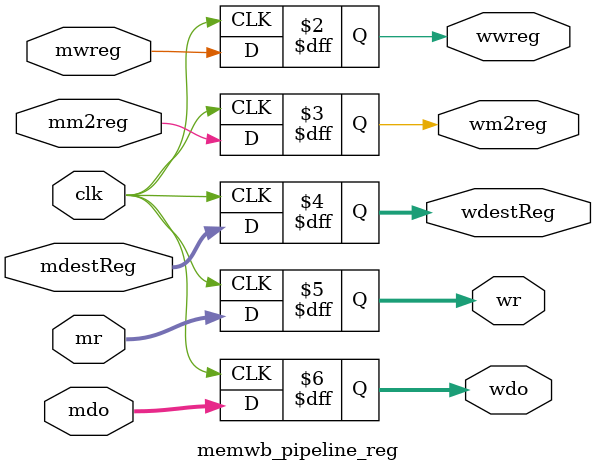
<source format=v>
`timescale 1ns / 1ps


module memwb_pipeline_reg(
input mwreg,
input mm2reg,
input [4:0] mdestReg,
input [31:0] mr,
input [31:0] mdo, 
input clk,
output reg wwreg,
output reg wm2reg,
output reg [4:0] wdestReg,
output reg [31:0] wr,
output reg [31:0] wdo
    );
    
    always @(posedge clk)
    begin
        wwreg = mwreg;
        wm2reg = mm2reg;
        wdestReg = mdestReg;
        wr = mr;
        wdo = mdo;
    end
endmodule

</source>
